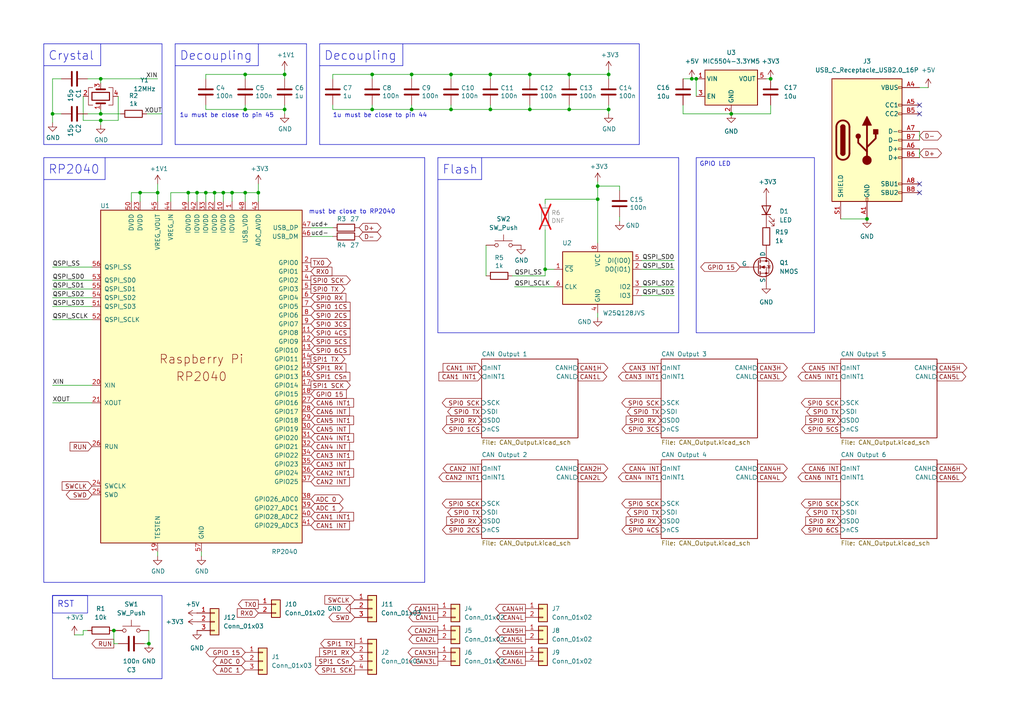
<source format=kicad_sch>
(kicad_sch (version 20231120) (generator "eeschema") (generator_version "8.0")
  (paper "A4")
  (junction (at 15.24 33.02))
  (junction (at 119.38 31.75))
  (junction (at 82.55 21.59))
  (junction (at 223.52 22.86))
  (junction (at 173.355 53.975))
  (junction (at 43.18 186.69))
  (junction (at 57.15 55.88))
  (junction (at 54.61 55.88))
  (junction (at 71.12 21.59))
  (junction (at 130.81 21.59))
  (junction (at 165.1 21.59))
  (junction (at 107.95 31.75))
  (junction (at 71.12 55.88))
  (junction (at 74.93 55.88))
  (junction (at 251.46 63.5))
  (junction (at 165.1 31.75))
  (junction (at 82.55 31.75))
  (junction (at 64.77 55.88))
  (junction (at 67.31 55.88))
  (junction (at 153.67 31.75))
  (junction (at 142.24 31.75))
  (junction (at 107.95 21.59))
  (junction (at 119.38 21.59))
  (junction (at 176.53 31.75))
  (junction (at 212.09 33.02))
  (junction (at 33.02 182.88))
  (junction (at 59.69 55.88))
  (junction (at 142.24 21.59))
  (junction (at 71.12 31.75))
  (junction (at 130.81 31.75))
  (junction (at 62.23 55.88))
  (junction (at 173.355 57.785))
  (junction (at 200.66 22.86))
  (junction (at 158.115 78.105))
  (junction (at 40.64 55.88))
  (junction (at 29.21 22.86))
  (junction (at 201.93 22.86))
  (junction (at 45.72 55.88))
  (junction (at 176.53 21.59))
  (junction (at 29.21 34.925))
  (junction (at 153.67 21.59))
  (junction (at 29.21 33.02))
  (no_connect (at 266.7 55.88))
  (no_connect (at 266.7 33.02))
  (no_connect (at 266.7 53.34))
  (no_connect (at 266.7 30.48))
  (wire (pts (xy 142.24 31.75) (xy 153.67 31.75)))
  (wire (pts (xy 71.12 55.88) (xy 74.93 55.88)))
  (wire (pts (xy 29.21 34.925) (xy 34.29 34.925)))
  (wire (pts (xy 24.13 34.925) (xy 29.21 34.925)))
  (wire (pts (xy 74.93 53.34) (xy 74.93 55.88)))
  (wire (pts (xy 29.21 22.86) (xy 29.21 24.13)))
  (wire (pts (xy 176.53 22.86) (xy 176.53 21.59)))
  (wire (pts (xy 153.67 22.86) (xy 153.67 21.59)))
  (wire (pts (xy 153.67 31.75) (xy 165.1 31.75)))
  (wire (pts (xy 49.53 58.42) (xy 49.53 55.88)))
  (wire (pts (xy 198.12 33.02) (xy 212.09 33.02)))
  (wire (pts (xy 130.81 31.75) (xy 142.24 31.75)))
  (wire (pts (xy 179.705 53.975) (xy 173.355 53.975)))
  (wire (pts (xy 45.72 53.34) (xy 45.72 55.88)))
  (wire (pts (xy 54.61 55.88) (xy 57.15 55.88)))
  (wire (pts (xy 198.12 22.86) (xy 200.66 22.86)))
  (wire (pts (xy 59.69 55.88) (xy 59.69 58.42)))
  (wire (pts (xy 74.93 55.88) (xy 74.93 58.42)))
  (wire (pts (xy 15.24 88.9) (xy 26.67 88.9)))
  (polyline (pts (xy 88.9 41.91) (xy 88.9 12.7)))
  (wire (pts (xy 158.115 78.105) (xy 160.655 78.105)))
  (wire (pts (xy 243.84 63.5) (xy 251.46 63.5)))
  (wire (pts (xy 15.24 111.76) (xy 26.67 111.76)))
  (wire (pts (xy 17.78 33.02) (xy 15.24 33.02)))
  (polyline (pts (xy 139.7 45.72) (xy 139.7 52.07)))
  (polyline (pts (xy 12.7 19.05) (xy 29.21 19.05)))
  (wire (pts (xy 62.23 55.88) (xy 62.23 58.42)))
  (wire (pts (xy 149.225 83.185) (xy 160.655 83.185)))
  (wire (pts (xy 130.81 22.86) (xy 130.81 21.59)))
  (wire (pts (xy 158.115 57.785) (xy 173.355 57.785)))
  (polyline (pts (xy 92.71 19.05) (xy 116.84 19.05)))
  (wire (pts (xy 119.38 30.48) (xy 119.38 31.75)))
  (wire (pts (xy 40.64 55.88) (xy 38.1 55.88)))
  (wire (pts (xy 64.77 55.88) (xy 67.31 55.88)))
  (polyline (pts (xy 12.7 41.91) (xy 46.99 41.91)))
  (wire (pts (xy 59.69 21.59) (xy 71.12 21.59)))
  (polyline (pts (xy 92.71 12.7) (xy 185.42 12.7)))
  (wire (pts (xy 96.52 31.75) (xy 107.95 31.75)))
  (wire (pts (xy 17.78 22.86) (xy 15.24 22.86)))
  (wire (pts (xy 223.52 33.02) (xy 212.09 33.02)))
  (wire (pts (xy 25.4 22.86) (xy 29.21 22.86)))
  (wire (pts (xy 107.95 30.48) (xy 107.95 31.75)))
  (polyline (pts (xy 127 45.72) (xy 127 96.52)))
  (wire (pts (xy 29.21 34.925) (xy 29.21 36.195)))
  (wire (pts (xy 24.13 182.88) (xy 25.4 182.88)))
  (wire (pts (xy 15.24 81.28) (xy 26.67 81.28)))
  (wire (pts (xy 67.31 55.88) (xy 67.31 58.42)))
  (wire (pts (xy 15.24 77.47) (xy 26.67 77.47)))
  (wire (pts (xy 21.59 184.15) (xy 24.13 184.15)))
  (wire (pts (xy 45.72 55.88) (xy 40.64 55.88)))
  (wire (pts (xy 173.355 53.975) (xy 173.355 57.785)))
  (wire (pts (xy 223.52 22.86) (xy 222.25 22.86)))
  (wire (pts (xy 62.23 55.88) (xy 64.77 55.88)))
  (polyline (pts (xy 50.8 12.7) (xy 50.8 41.91)))
  (wire (pts (xy 142.24 21.59) (xy 153.67 21.59)))
  (wire (pts (xy 186.055 78.105) (xy 195.58 78.105)))
  (wire (pts (xy 45.72 160.02) (xy 45.72 161.29)))
  (wire (pts (xy 119.38 31.75) (xy 130.81 31.75)))
  (wire (pts (xy 15.24 22.86) (xy 15.24 33.02)))
  (wire (pts (xy 29.21 22.86) (xy 45.72 22.86)))
  (wire (pts (xy 107.95 22.86) (xy 107.95 21.59)))
  (wire (pts (xy 153.67 30.48) (xy 153.67 31.75)))
  (wire (pts (xy 165.1 21.59) (xy 176.53 21.59)))
  (wire (pts (xy 130.81 30.48) (xy 130.81 31.75)))
  (wire (pts (xy 158.115 59.055) (xy 158.115 57.785)))
  (wire (pts (xy 186.055 75.565) (xy 195.58 75.565)))
  (polyline (pts (xy 12.7 45.72) (xy 123.19 45.72)))
  (wire (pts (xy 82.55 31.75) (xy 82.55 30.48)))
  (wire (pts (xy 148.59 80.01) (xy 158.115 80.01)))
  (wire (pts (xy 67.31 55.88) (xy 71.12 55.88)))
  (wire (pts (xy 59.69 55.88) (xy 62.23 55.88)))
  (wire (pts (xy 43.18 182.88) (xy 43.18 186.69)))
  (polyline (pts (xy 116.84 19.05) (xy 116.84 12.7)))
  (wire (pts (xy 82.55 31.75) (xy 82.55 33.02)))
  (wire (pts (xy 186.055 83.185) (xy 195.58 83.185)))
  (wire (pts (xy 153.67 21.59) (xy 165.1 21.59)))
  (wire (pts (xy 176.53 30.48) (xy 176.53 31.75)))
  (wire (pts (xy 179.705 55.245) (xy 179.705 53.975)))
  (polyline (pts (xy 12.7 52.07) (xy 30.48 52.07)))
  (wire (pts (xy 179.705 62.865) (xy 179.705 64.135)))
  (polyline (pts (xy 123.19 168.91) (xy 12.7 168.91)))
  (wire (pts (xy 71.12 22.86) (xy 71.12 21.59)))
  (wire (pts (xy 59.69 30.48) (xy 59.69 31.75)))
  (wire (pts (xy 34.29 27.94) (xy 34.29 34.925)))
  (wire (pts (xy 57.15 55.88) (xy 59.69 55.88)))
  (wire (pts (xy 173.355 52.705) (xy 173.355 53.975)))
  (wire (pts (xy 38.1 55.88) (xy 38.1 58.42)))
  (polyline (pts (xy 46.99 41.91) (xy 46.99 12.7)))
  (wire (pts (xy 59.69 31.75) (xy 71.12 31.75)))
  (wire (pts (xy 165.1 30.48) (xy 165.1 31.75)))
  (wire (pts (xy 33.02 186.69) (xy 33.02 182.88)))
  (wire (pts (xy 43.18 186.69) (xy 41.91 186.69)))
  (wire (pts (xy 34.29 186.69) (xy 33.02 186.69)))
  (wire (pts (xy 15.24 92.71) (xy 26.67 92.71)))
  (wire (pts (xy 107.95 21.59) (xy 119.38 21.59)))
  (wire (pts (xy 15.24 33.02) (xy 15.24 35.56)))
  (wire (pts (xy 107.95 31.75) (xy 119.38 31.75)))
  (wire (pts (xy 119.38 22.86) (xy 119.38 21.59)))
  (polyline (pts (xy 127 52.07) (xy 139.7 52.07)))
  (wire (pts (xy 96.52 30.48) (xy 96.52 31.75)))
  (wire (pts (xy 130.81 21.59) (xy 142.24 21.59)))
  (wire (pts (xy 15.24 83.82) (xy 26.67 83.82)))
  (polyline (pts (xy 196.85 45.72) (xy 196.85 96.52)))
  (polyline (pts (xy 185.42 41.91) (xy 185.42 12.7)))
  (wire (pts (xy 200.66 22.86) (xy 201.93 22.86)))
  (wire (pts (xy 173.355 57.785) (xy 173.355 70.485)))
  (wire (pts (xy 201.93 22.86) (xy 201.93 27.94)))
  (wire (pts (xy 71.12 31.75) (xy 71.12 30.48)))
  (wire (pts (xy 24.13 184.15) (xy 24.13 182.88)))
  (wire (pts (xy 49.53 55.88) (xy 54.61 55.88)))
  (wire (pts (xy 142.24 30.48) (xy 142.24 31.75)))
  (polyline (pts (xy 50.8 41.91) (xy 88.9 41.91)))
  (wire (pts (xy 142.24 22.86) (xy 142.24 21.59)))
  (wire (pts (xy 140.97 71.12) (xy 140.97 80.01)))
  (polyline (pts (xy 46.99 12.7) (xy 12.7 12.7)))
  (wire (pts (xy 25.4 33.02) (xy 29.21 33.02)))
  (wire (pts (xy 186.055 85.725) (xy 195.58 85.725)))
  (wire (pts (xy 71.12 31.75) (xy 82.55 31.75)))
  (polyline (pts (xy 127 45.72) (xy 196.85 45.72)))
  (wire (pts (xy 82.55 21.59) (xy 82.55 22.86)))
  (wire (pts (xy 173.355 90.805) (xy 173.355 92.075)))
  (polyline (pts (xy 29.21 12.7) (xy 29.21 19.05)))
  (polyline (pts (xy 30.48 52.07) (xy 30.48 45.72)))
  (wire (pts (xy 119.38 21.59) (xy 130.81 21.59)))
  (wire (pts (xy 90.17 66.04) (xy 96.52 66.04)))
  (wire (pts (xy 96.52 21.59) (xy 96.52 22.86)))
  (polyline (pts (xy 196.85 96.52) (xy 127 96.52)))
  (wire (pts (xy 29.21 31.75) (xy 29.21 33.02)))
  (wire (pts (xy 29.21 33.02) (xy 34.925 33.02)))
  (wire (pts (xy 42.545 33.02) (xy 46.99 33.02)))
  (wire (pts (xy 54.61 55.88) (xy 54.61 58.42)))
  (wire (pts (xy 266.7 38.1) (xy 266.7 40.64)))
  (polyline (pts (xy 92.71 12.7) (xy 92.71 41.91)))
  (wire (pts (xy 96.52 21.59) (xy 107.95 21.59)))
  (wire (pts (xy 59.69 22.86) (xy 59.69 21.59)))
  (wire (pts (xy 40.64 55.88) (xy 40.64 58.42)))
  (polyline (pts (xy 12.7 12.7) (xy 12.7 41.91)))
  (polyline (pts (xy 92.71 41.91) (xy 185.42 41.91)))
  (wire (pts (xy 57.15 55.88) (xy 57.15 58.42)))
  (wire (pts (xy 176.53 31.75) (xy 176.53 33.02)))
  (wire (pts (xy 90.17 68.58) (xy 96.52 68.58)))
  (wire (pts (xy 165.1 22.86) (xy 165.1 21.59)))
  (wire (pts (xy 158.115 66.675) (xy 158.115 78.105)))
  (polyline (pts (xy 12.7 45.72) (xy 12.7 168.91)))
  (wire (pts (xy 158.115 80.01) (xy 158.115 78.105)))
  (wire (pts (xy 58.42 160.02) (xy 58.42 161.29)))
  (wire (pts (xy 71.12 55.88) (xy 71.12 58.42)))
  (wire (pts (xy 198.12 30.48) (xy 198.12 33.02)))
  (wire (pts (xy 223.52 30.48) (xy 223.52 33.02)))
  (polyline (pts (xy 50.8 12.7) (xy 88.9 12.7)))
  (wire (pts (xy 266.7 43.18) (xy 266.7 45.72)))
  (wire (pts (xy 269.24 25.4) (xy 266.7 25.4)))
  (wire (pts (xy 165.1 31.75) (xy 176.53 31.75)))
  (wire (pts (xy 82.55 20.32) (xy 82.55 21.59)))
  (polyline (pts (xy 123.19 45.72) (xy 123.19 168.91)))
  (wire (pts (xy 24.13 27.94) (xy 24.13 34.925)))
  (wire (pts (xy 15.24 86.36) (xy 26.67 86.36)))
  (polyline (pts (xy 74.93 19.05) (xy 74.93 12.7)))
  (wire (pts (xy 45.72 58.42) (xy 45.72 55.88)))
  (wire (pts (xy 64.77 55.88) (xy 64.77 58.42)))
  (wire (pts (xy 176.53 20.32) (xy 176.53 21.59)))
  (wire (pts (xy 71.12 21.59) (xy 82.55 21.59)))
  (polyline (pts (xy 50.8 19.05) (xy 74.93 19.05)))
  (wire (pts (xy 15.24 116.84) (xy 26.67 116.84)))
  (rectangle (start 15.24 172.72) (end 46.99 196.85))
  (text_box "GPIO LED" (at 201.93 45.72 0) (size 34.29 50.8) (effects (font (size 1.27 1.27)) (justify left top)))
  (text_box "RST" (at 15.24 172.72 0) (size 10.16 5.08) (effects (font (size 1.778 1.778)) (justify left top)))
  (text "Crystal" (at 13.97 17.78 0) (effects (font (size 2.54 2.54)) (justify left bottom)))
  (text "RP2040\n" (at 13.97 50.8 0) (effects (font (size 2.54 2.54)) (justify left bottom)))
  (text "Decoupling\n" (at 52.07 17.78 0) (effects (font (size 2.54 2.54)) (justify left bottom)))
  (text "Flash" (at 128.27 50.8 0) (effects (font (size 2.54 2.54)) (justify left bottom)))
  (text "must be close to RP2040" (at 89.535 62.23 0) (effects (font (size 1.27 1.27)) (justify left bottom)))
  (text "Decoupling\n" (at 93.98 17.78 0) (effects (font (size 2.54 2.54)) (justify left bottom)))
  (text "1u must be close to pin 45\n" (at 52.07 34.29 0) (effects (font (size 1.27 1.27)) (justify left bottom)))
  (text "1u must be close to pin 44\n" (at 96.52 34.29 0) (effects (font (size 1.27 1.27)) (justify left bottom)))
  (label "QSPI_SCLK" (at 149.225 83.185 0))
  (label "QSPI_SD1" (at 15.24 83.82 0))
  (label "QSPI_SS" (at 149.225 80.01 0))
  (label "XOUT" (at 15.24 116.84 0))
  (label "QSPI_SD3" (at 15.24 88.9 0))
  (label "QSPI_SD0" (at 195.58 75.565 180))
  (label "QSPI_SD2" (at 195.58 83.185 180))
  (label "QSPI_SD2" (at 15.24 86.36 0))
  (label "QSPI_SD3" (at 195.58 85.725 180))
  (label "ucd+" (at 90.17 66.04 0))
  (label "QSPI_SCLK" (at 15.24 92.71 0))
  (label "XOUT" (at 46.99 33.02 180))
  (label "XIN" (at 15.24 111.76 0))
  (label "ucd-" (at 90.17 68.58 0))
  (label "QSPI_SS" (at 15.24 77.47 0))
  (label "QSPI_SD0" (at 15.24 81.28 0))
  (label "QSPI_SD1" (at 195.58 78.105 180))
  (label "XIN" (at 45.72 22.86 180))
  (global_label "RUN" (shape output) (at 33.02 186.69 180) (property "Intersheetrefs" "${INTERSHEET_REFS}" (effects (hide yes))))
  (global_label "CAN2 INT1" (shape input) (at 90.17 137.16 0) (property "Intersheetrefs" "${INTERSHEET_REFS}" (effects (hide yes))))
  (global_label "D-" (shape bidirectional) (at 104.14 68.58 0) (property "Intersheetrefs" "${INTERSHEET_REFS}" (effects (hide yes))))
  (global_label "CAN6 INT1" (shape input) (at 90.17 116.84 0) (property "Intersheetrefs" "${INTERSHEET_REFS}" (effects (hide yes))))
  (global_label "CAN3L" (shape output) (at 219.71 109.22 0) (property "Intersheetrefs" "${INTERSHEET_REFS}" (effects (hide yes))))
  (global_label "CAN6L" (shape output) (at 271.78 138.43 0) (property "Intersheetrefs" "${INTERSHEET_REFS}" (effects (hide yes))))
  (global_label "RUN" (shape input) (at 26.67 129.54 180) (property "Intersheetrefs" "${INTERSHEET_REFS}" (effects (hide yes))))
  (global_label "CAN1 INT" (shape input) (at 139.7 106.68 180) (property "Intersheetrefs" "${INTERSHEET_REFS}" (effects (hide yes))))
  (global_label "CAN3H" (shape output) (at 219.71 106.68 0) (property "Intersheetrefs" "${INTERSHEET_REFS}" (effects (hide yes))))
  (global_label "SPI0 RX" (shape input) (at 139.7 121.92 180) (property "Intersheetrefs" "${INTERSHEET_REFS}" (effects (hide yes))))
  (global_label "CAN2L" (shape output) (at 167.64 138.43 0) (property "Intersheetrefs" "${INTERSHEET_REFS}" (effects (hide yes))))
  (global_label "CAN3 INT1" (shape input) (at 90.17 132.08 0) (property "Intersheetrefs" "${INTERSHEET_REFS}" (effects (hide yes))))
  (global_label "SWD" (shape bidirectional) (at 102.87 179.07 180) (property "Intersheetrefs" "${INTERSHEET_REFS}" (effects (hide yes))))
  (global_label "CAN1H" (shape output) (at 167.64 106.68 0) (property "Intersheetrefs" "${INTERSHEET_REFS}" (effects (hide yes))))
  (global_label "SPI1 TX" (shape output) (at 90.17 104.14 0) (property "Intersheetrefs" "${INTERSHEET_REFS}" (effects (hide yes))))
  (global_label "SPI0 3CS" (shape output) (at 191.77 124.46 180) (property "Intersheetrefs" "${INTERSHEET_REFS}" (effects (hide yes))))
  (global_label "CAN5 INT1" (shape input) (at 90.17 121.92 0) (property "Intersheetrefs" "${INTERSHEET_REFS}" (effects (hide yes))))
  (global_label "CAN6 INT" (shape input) (at 90.17 119.38 0) (property "Intersheetrefs" "${INTERSHEET_REFS}" (effects (hide yes))))
  (global_label "CAN5L" (shape output) (at 152.4 185.42 180) (property "Intersheetrefs" "${INTERSHEET_REFS}" (effects (hide yes))))
  (global_label "CAN4 INT" (shape input) (at 90.17 129.54 0) (property "Intersheetrefs" "${INTERSHEET_REFS}" (effects (hide yes))))
  (global_label "CAN1H" (shape output) (at 127 176.53 180) (property "Intersheetrefs" "${INTERSHEET_REFS}" (effects (hide yes))))
  (global_label "CAN5H" (shape output) (at 271.78 106.68 0) (property "Intersheetrefs" "${INTERSHEET_REFS}" (effects (hide yes))))
  (global_label "CAN1 INT1" (shape input) (at 139.7 109.22 180) (property "Intersheetrefs" "${INTERSHEET_REFS}" (effects (hide yes))))
  (global_label "CAN1 INT1" (shape input) (at 90.17 149.86 0) (property "Intersheetrefs" "${INTERSHEET_REFS}" (effects (hide yes))))
  (global_label "SPI0 SCK" (shape output) (at 90.17 81.28 0) (property "Intersheetrefs" "${INTERSHEET_REFS}" (effects (hide yes))))
  (global_label "SPI0 4CS" (shape input) (at 90.17 96.52 0) (property "Intersheetrefs" "${INTERSHEET_REFS}" (effects (hide yes))))
  (global_label "CAN5 INT" (shape output) (at 243.84 106.68 180) (property "Intersheetrefs" "${INTERSHEET_REFS}" (effects (hide yes))))
  (global_label "SPI0 3CS" (shape input) (at 90.17 93.98 0) (property "Intersheetrefs" "${INTERSHEET_REFS}" (effects (hide yes))))
  (global_label "ADC 1" (shape bidirectional) (at 71.12 194.31 180) (property "Intersheetrefs" "${INTERSHEET_REFS}" (effects (hide yes))))
  (global_label "CAN3 INT1" (shape output) (at 191.77 109.22 180) (property "Intersheetrefs" "${INTERSHEET_REFS}" (effects (hide yes))))
  (global_label "SPI0 SCK" (shape output) (at 139.7 146.05 180) (property "Intersheetrefs" "${INTERSHEET_REFS}" (effects (hide yes))))
  (global_label "SPI0 RX" (shape input) (at 243.84 121.92 180) (property "Intersheetrefs" "${INTERSHEET_REFS}" (effects (hide yes))))
  (global_label "SPI1 TX" (shape output) (at 102.87 186.69 180) (property "Intersheetrefs" "${INTERSHEET_REFS}" (effects (hide yes))))
  (global_label "SPI0 SCK" (shape output) (at 191.77 116.84 180) (property "Intersheetrefs" "${INTERSHEET_REFS}" (effects (hide yes))))
  (global_label "SPI1 RX" (shape input) (at 90.17 106.68 0) (property "Intersheetrefs" "${INTERSHEET_REFS}" (effects (hide yes))))
  (global_label "CAN3H" (shape output) (at 127 189.23 180) (property "Intersheetrefs" "${INTERSHEET_REFS}" (effects (hide yes))))
  (global_label "SPI0 1CS" (shape output) (at 139.7 124.46 180) (property "Intersheetrefs" "${INTERSHEET_REFS}" (effects (hide yes))))
  (global_label "CAN2H" (shape output) (at 167.64 135.89 0) (property "Intersheetrefs" "${INTERSHEET_REFS}" (effects (hide yes))))
  (global_label "CAN2H" (shape output) (at 127 182.88 180) (property "Intersheetrefs" "${INTERSHEET_REFS}" (effects (hide yes))))
  (global_label "SWD" (shape bidirectional) (at 26.67 143.51 180) (property "Intersheetrefs" "${INTERSHEET_REFS}" (effects (hide yes))))
  (global_label "SPI0 TX" (shape output) (at 139.7 148.59 180) (property "Intersheetrefs" "${INTERSHEET_REFS}" (effects (hide yes))))
  (global_label "SPI0 4CS" (shape output) (at 191.77 153.67 180) (property "Intersheetrefs" "${INTERSHEET_REFS}" (effects (hide yes))))
  (global_label "SPI0 TX" (shape output) (at 243.84 148.59 180) (property "Intersheetrefs" "${INTERSHEET_REFS}" (effects (hide yes))))
  (global_label "SPI0 RX" (shape input) (at 191.77 121.92 180) (property "Intersheetrefs" "${INTERSHEET_REFS}" (effects (hide yes))))
  (global_label "CAN4L" (shape output) (at 152.4 179.07 180) (property "Intersheetrefs" "${INTERSHEET_REFS}" (effects (hide yes))))
  (global_label "CAN3 INT" (shape output) (at 191.77 106.68 180) (property "Intersheetrefs" "${INTERSHEET_REFS}" (effects (hide yes))))
  (global_label "CAN6H" (shape output) (at 152.4 189.23 180) (property "Intersheetrefs" "${INTERSHEET_REFS}" (effects (hide yes))))
  (global_label "SPI0 TX" (shape output) (at 191.77 148.59 180) (property "Intersheetrefs" "${INTERSHEET_REFS}" (effects (hide yes))))
  (global_label "SPI0 SCK" (shape output) (at 243.84 146.05 180) (property "Intersheetrefs" "${INTERSHEET_REFS}" (effects (hide yes))))
  (global_label "CAN6H" (shape output) (at 271.78 135.89 0) (property "Intersheetrefs" "${INTERSHEET_REFS}" (effects (hide yes))))
  (global_label "SPI0 TX" (shape output) (at 243.84 119.38 180) (property "Intersheetrefs" "${INTERSHEET_REFS}" (effects (hide yes))))
  (global_label "SPI0 5CS" (shape input) (at 90.17 99.06 0) (property "Intersheetrefs" "${INTERSHEET_REFS}" (effects (hide yes))))
  (global_label "CAN6 INT1" (shape output) (at 243.84 138.43 180) (property "Intersheetrefs" "${INTERSHEET_REFS}" (effects (hide yes))))
  (global_label "CAN4 INT1" (shape input) (at 90.17 127 0) (property "Intersheetrefs" "${INTERSHEET_REFS}" (effects (hide yes))))
  (global_label "CAN6L" (shape output) (at 152.4 191.77 180) (property "Intersheetrefs" "${INTERSHEET_REFS}" (effects (hide yes))))
  (global_label "SPI0 5CS" (shape output) (at 243.84 124.46 180) (property "Intersheetrefs" "${INTERSHEET_REFS}" (effects (hide yes))))
  (global_label "D+" (shape bidirectional) (at 104.14 66.04 0) (property "Intersheetrefs" "${INTERSHEET_REFS}" (effects (hide yes))))
  (global_label "SPI0 RX" (shape input) (at 191.77 151.13 180) (property "Intersheetrefs" "${INTERSHEET_REFS}" (effects (hide yes))))
  (global_label "SWCLK" (shape input) (at 26.67 140.97 180) (property "Intersheetrefs" "${INTERSHEET_REFS}" (effects (hide yes))))
  (global_label "RX0" (shape input) (at 74.93 177.8 180) (property "Intersheetrefs" "${INTERSHEET_REFS}" (effects (hide yes))))
  (global_label "CAN4H" (shape output) (at 219.71 135.89 0) (property "Intersheetrefs" "${INTERSHEET_REFS}" (effects (hide yes))))
  (global_label "RX0" (shape input) (at 90.17 78.74 0) (property "Intersheetrefs" "${INTERSHEET_REFS}" (effects (hide yes))))
  (global_label "ADC 0" (shape bidirectional) (at 90.17 144.78 0) (property "Intersheetrefs" "${INTERSHEET_REFS}" (effects (hide yes))))
  (global_label "CAN1L" (shape output) (at 167.64 109.22 0) (property "Intersheetrefs" "${INTERSHEET_REFS}" (effects (hide yes))))
  (global_label "CAN4L" (shape output) (at 219.71 138.43 0) (property "Intersheetrefs" "${INTERSHEET_REFS}" (effects (hide yes))))
  (global_label "SPI0 2CS" (shape input) (at 90.17 91.44 0) (property "Intersheetrefs" "${INTERSHEET_REFS}" (effects (hide yes))))
  (global_label "D+" (shape bidirectional) (at 266.7 44.45 0) (property "Intersheetrefs" "${INTERSHEET_REFS}" (effects (hide yes))))
  (global_label "SPI0 1CS" (shape input) (at 90.17 88.9 0) (property "Intersheetrefs" "${INTERSHEET_REFS}" (effects (hide yes))))
  (global_label "SPI0 RX" (shape input) (at 243.84 151.13 180) (property "Intersheetrefs" "${INTERSHEET_REFS}" (effects (hide yes))))
  (global_label "CAN2L" (shape output) (at 127 185.42 180) (property "Intersheetrefs" "${INTERSHEET_REFS}" (effects (hide yes))))
  (global_label "CAN2 INT" (shape output) (at 139.7 135.89 180) (property "Intersheetrefs" "${INTERSHEET_REFS}" (effects (hide yes))))
  (global_label "CAN4 INT1" (shape output) (at 191.77 138.43 180) (property "Intersheetrefs" "${INTERSHEET_REFS}" (effects (hide yes))))
  (global_label "SPI0 RX" (shape input) (at 90.17 86.36 0) (property "Intersheetrefs" "${INTERSHEET_REFS}" (effects (hide yes))))
  (global_label "SPI0 6CS" (shape input) (at 90.17 101.6 0) (property "Intersheetrefs" "${INTERSHEET_REFS}" (effects (hide yes))))
  (global_label "CAN2 INT1" (shape output) (at 139.7 138.43 180) (property "Intersheetrefs" "${INTERSHEET_REFS}" (effects (hide yes))))
  (global_label "ADC 1" (shape bidirectional) (at 90.17 147.32 0) (property "Intersheetrefs" "${INTERSHEET_REFS}" (effects (hide yes))))
  (global_label "CAN1 INT" (shape input) (at 90.17 152.4 0) (property "Intersheetrefs" "${INTERSHEET_REFS}" (effects (hide yes))))
  (global_label "SPI0 TX" (shape output) (at 90.17 83.82 0) (property "Intersheetrefs" "${INTERSHEET_REFS}" (effects (hide yes))))
  (global_label "TX0" (shape output) (at 74.93 175.26 180) (property "Intersheetrefs" "${INTERSHEET_REFS}" (effects (hide yes))))
  (global_label "GPIO 15" (shape bidirectional) (at 214.63 77.47 180) (property "Intersheetrefs" "${INTERSHEET_REFS}" (effects (hide yes))))
  (global_label "CAN6 INT" (shape output) (at 243.84 135.89 180) (property "Intersheetrefs" "${INTERSHEET_REFS}" (effects (hide yes))))
  (global_label "ADC 0" (shape bidirectional) (at 71.12 191.77 180) (property "Intersheetrefs" "${INTERSHEET_REFS}" (effects (hide yes))))
  (global_label "SPI0 SCK" (shape output) (at 243.84 116.84 180) (property "Intersheetrefs" "${INTERSHEET_REFS}" (effects (hide yes))))
  (global_label "SWCLK" (shape input) (at 102.87 173.99 180) (property "Intersheetrefs" "${INTERSHEET_REFS}" (effects (hide yes))))
  (global_label "SPI0 2CS" (shape output) (at 139.7 153.67 180) (property "Intersheetrefs" "${INTERSHEET_REFS}" (effects (hide yes))))
  (global_label "SPI0 SCK" (shape output) (at 139.7 116.84 180) (property "Intersheetrefs" "${INTERSHEET_REFS}" (effects (hide yes))))
  (global_label "SPI0 RX" (shape input) (at 139.7 151.13 180) (property "Intersheetrefs" "${INTERSHEET_REFS}" (effects (hide yes))))
  (global_label "SPI1 CSn" (shape input) (at 102.87 191.77 180) (property "Intersheetrefs" "${INTERSHEET_REFS}" (effects (hide yes))))
  (global_label "SPI0 TX" (shape output) (at 139.7 119.38 180) (property "Intersheetrefs" "${INTERSHEET_REFS}" (effects (hide yes))))
  (global_label "SPI0 SCK" (shape output) (at 191.77 146.05 180) (property "Intersheetrefs" "${INTERSHEET_REFS}" (effects (hide yes))))
  (global_label "CAN5L" (shape output) (at 271.78 109.22 0) (property "Intersheetrefs" "${INTERSHEET_REFS}" (effects (hide yes))))
  (global_label "CAN5 INT" (shape input) (at 90.17 124.46 0) (property "Intersheetrefs" "${INTERSHEET_REFS}" (effects (hide yes))))
  (global_label "D-" (shape bidirectional) (at 266.7 39.37 0) (property "Intersheetrefs" "${INTERSHEET_REFS}" (effects (hide yes))))
  (global_label "CAN5H" (shape output) (at 152.4 182.88 180) (property "Intersheetrefs" "${INTERSHEET_REFS}" (effects (hide yes))))
  (global_label "SPI1 CSn" (shape input) (at 90.17 109.22 0) (property "Intersheetrefs" "${INTERSHEET_REFS}" (effects (hide yes))))
  (global_label "CAN4 INT" (shape output) (at 191.77 135.89 180) (property "Intersheetrefs" "${INTERSHEET_REFS}" (effects (hide yes))))
  (global_label "SPI1 SCK" (shape output) (at 90.17 111.76 0) (property "Intersheetrefs" "${INTERSHEET_REFS}" (effects (hide yes))))
  (global_label "GPIO 15" (shape input) (at 90.17 114.3 0) (property "Intersheetrefs" "${INTERSHEET_REFS}" (effects (hide yes))))
  (global_label "SPI1 RX" (shape input) (at 102.87 189.23 180) (property "Intersheetrefs" "${INTERSHEET_REFS}" (effects (hide yes))))
  (global_label "GPIO 15" (shape bidirectional) (at 71.12 189.23 180) (property "Intersheetrefs" "${INTERSHEET_REFS}" (effects (hide yes))))
  (global_label "CAN3 INT" (shape input) (at 90.17 134.62 0) (property "Intersheetrefs" "${INTERSHEET_REFS}" (effects (hide yes))))
  (global_label "CAN2 INT" (shape input) (at 90.17 139.7 0) (property "Intersheetrefs" "${INTERSHEET_REFS}" (effects (hide yes))))
  (global_label "CAN4H" (shape output) (at 152.4 176.53 180) (property "Intersheetrefs" "${INTERSHEET_REFS}" (effects (hide yes))))
  (global_label "SPI1 SCK" (shape output) (at 102.87 194.31 180) (property "Intersheetrefs" "${INTERSHEET_REFS}" (effects (hide yes))))
  (global_label "CAN3L" (shape output) (at 127 191.77 180) (property "Intersheetrefs" "${INTERSHEET_REFS}" (effects (hide yes))))
  (global_label "CAN1L" (shape output) (at 127 179.07 180) (property "Intersheetrefs" "${INTERSHEET_REFS}" (effects (hide yes))))
  (global_label "SPI0 TX" (shape output) (at 191.77 119.38 180) (property "Intersheetrefs" "${INTERSHEET_REFS}" (effects (hide yes))))
  (global_label "TX0" (shape output) (at 90.17 76.2 0) (property "Intersheetrefs" "${INTERSHEET_REFS}" (effects (hide yes))))
  (global_label "SPI0 6CS" (shape output) (at 243.84 153.67 180) (property "Intersheetrefs" "${INTERSHEET_REFS}" (effects (hide yes))))
  (global_label "CAN5 INT1" (shape output) (at 243.84 109.22 180) (property "Intersheetrefs" "${INTERSHEET_REFS}" (effects (hide yes))))
  (symbol (lib_id "Device:R") (at 29.21 182.88 90) (unit 1)
    (property "Reference" "R1" (at 29.21 176.53 90))
    (property "Value" "10k" (at 29.21 179.07 90))
    (property "Footprint" "Resistor_SMD:R_0603_1608Metric" (effects (hide yes)))
    (property "Description" "Resistor" (effects (hide yes)))
  )
  (symbol (lib_id "power:+3V3") (at 74.93 53.34 0) (unit 1)
    (property "Reference" "#PWR08" (effects (hide yes)))
    (property "Value" "+3V3" (at 75.311 48.9458 0))
  )
  (symbol (lib_id "Device:C") (at 119.38 26.67 0) (unit 1)
    (property "Reference" "C9" (at 122.301 25.5016 0) (effects (justify left)))
    (property "Value" "100n" (at 122.301 27.813 0) (effects (justify left)))
    (property "Footprint" "Capacitor_SMD:C_0603_1608Metric" (effects (hide yes)))
  )
  (symbol (lib_id "Device:C") (at 21.59 33.02 270) (unit 1)
    (property "Reference" "C2" (at 22.7584 35.941 0) (effects (justify left)))
    (property "Value" "15p" (at 20.447 35.941 0) (effects (justify left)))
    (property "Footprint" "Capacitor_SMD:C_0603_1608Metric" (effects (hide yes)))
  )
  (symbol (lib_id "Device:C") (at 71.12 26.67 0) (unit 1)
    (property "Reference" "C5" (at 74.041 25.5016 0) (effects (justify left)))
    (property "Value" "100n" (at 74.041 27.813 0) (effects (justify left)))
    (property "Footprint" "Capacitor_SMD:C_0603_1608Metric" (effects (hide yes)))
  )
  (symbol (lib_id "Device:R") (at 100.33 66.04 270) (unit 1)
    (property "Reference" "R3" (at 99.06 63.5 90))
    (property "Value" "27" (at 102.87 63.5 90))
    (property "Footprint" "Resistor_SMD:R_0603_1608Metric" (effects (hide yes)))
  )
  (symbol (lib_id "Connector_Generic:Conn_01x02") (at 157.48 176.53 0) (unit 1)
    (property "Reference" "J7" (at 160.02 176.5299 0) (effects (justify left)))
    (property "Value" "Conn_01x02" (at 160.02 179.0699 0) (effects (justify left)))
    (property "Footprint" "Connector_PinSocket_2.54mm:PinSocket_1x02_P2.54mm_Vertical" (effects (hide yes)))
    (property "Description" "Generic connector, single row, 01x02, script generated (kicad-library-utils/schlib/autogen/connector/)" (effects (hide yes)))
  )
  (symbol (lib_id "Connector_Generic:Conn_01x04") (at 107.95 189.23 0) (unit 1)
    (property "Reference" "J2" (at 110.49 189.2299 0) (effects (justify left)))
    (property "Value" "Conn_01x04" (at 110.49 191.7699 0) (effects (justify left)))
    (property "Footprint" "Connector_Molex:Molex_PicoBlade_53047-0410_1x04_P1.25mm_Vertical" (effects (hide yes)))
    (property "Description" "Generic connector, single row, 01x04, script generated (kicad-library-utils/schlib/autogen/connector/)" (effects (hide yes)))
  )
  (symbol (lib_id "Connector_Generic:Conn_01x02") (at 157.48 189.23 0) (unit 1)
    (property "Reference" "J9" (at 160.02 189.2299 0) (effects (justify left)))
    (property "Value" "Conn_01x02" (at 160.02 191.7699 0) (effects (justify left)))
    (property "Footprint" "Connector_PinSocket_2.54mm:PinSocket_1x02_P2.54mm_Vertical" (effects (hide yes)))
    (property "Description" "Generic connector, single row, 01x02, script generated (kicad-library-utils/schlib/autogen/connector/)" (effects (hide yes)))
  )
  (symbol (lib_id "power:+1V1") (at 82.55 20.32 0) (unit 1)
    (property "Reference" "#PWR09" (effects (hide yes)))
    (property "Value" "+1V1" (at 82.931 15.9258 0))
  )
  (symbol (lib_id "Device:C") (at 82.55 26.67 0) (unit 1)
    (property "Reference" "C6" (at 85.471 25.5016 0) (effects (justify left)))
    (property "Value" "1u" (at 85.471 27.813 0) (effects (justify left)))
    (property "Footprint" "Capacitor_SMD:C_0603_1608Metric" (effects (hide yes)))
  )
  (symbol (lib_name "+3V3_1") (lib_id "power:+3V3") (at 57.15 180.34 90) (unit 1)
    (property "Reference" "#PWR012" (effects (hide yes)))
    (property "Value" "+3V3" (at 53.34 180.3399 90) (effects (justify left)))
    (property "Description" "Power symbol creates a global label with name \"+3V3\"" (effects (hide yes)))
  )
  (symbol (lib_id "power:GND") (at 179.705 64.135 0) (unit 1)
    (property "Reference" "#PWR018" (effects (hide yes)))
    (property "Value" "GND" (at 183.515 65.405 0))
  )
  (symbol (lib_name "+3V3_1") (lib_id "power:+3V3") (at 21.59 184.15 0) (unit 1)
    (property "Reference" "#PWR02" (effects (hide yes)))
    (property "Value" "+3V3" (at 21.59 179.07 0))
    (property "Description" "Power symbol creates a global label with name \"+3V3\"" (effects (hide yes)))
  )
  (symbol (lib_id "power:+5V") (at 57.15 177.8 90) (unit 1)
    (property "Reference" "#PWR011" (effects (hide yes)))
    (property "Value" "+5V" (at 55.88 175.26 90))
    (property "Description" "Power symbol creates a global label with name \"+5V\"" (effects (hide yes)))
  )
  (symbol (lib_id "Connector:USB_C_Receptacle_USB2.0_16P") (at 251.46 40.64 0) (unit 1)
    (property "Reference" "J3" (at 251.46 17.78 0))
    (property "Value" "USB_C_Receptacle_USB2.0_16P" (at 251.46 20.32 0))
    (property "Footprint" "Connector_USB:USB_C_Receptacle_GCT_USB4105-xx-A_16P_TopMnt_Horizontal" (effects (hide yes)))
    (property "Datasheet" "https://www.usb.org/sites/default/files/documents/usb_type-c.zip" (effects (hide yes)))
    (property "Description" "USB 2.0-only 16P Type-C Receptacle connector" (effects (hide yes)))
  )
  (symbol (lib_id "Device:C") (at 21.59 22.86 270) (unit 1)
    (property "Reference" "C1" (at 22.7584 25.781 0) (effects (justify left)))
    (property "Value" "15p" (at 20.447 25.781 0) (effects (justify left)))
    (property "Footprint" "Capacitor_SMD:C_0603_1608Metric" (effects (hide yes)))
  )
  (symbol (lib_name "GND_3") (lib_id "power:GND") (at 43.18 186.69 0) (unit 1)
    (property "Reference" "#PWR04" (effects (hide yes)))
    (property "Value" "GND" (at 43.18 191.77 0))
    (property "Description" "Power symbol creates a global label with name \"GND\" , ground" (effects (hide yes)))
  )
  (symbol (lib_id "Device:C") (at 142.24 26.67 0) (unit 1)
    (property "Reference" "C11" (at 145.161 25.5016 0) (effects (justify left)))
    (property "Value" "100n" (at 145.161 27.813 0) (effects (justify left)))
    (property "Footprint" "Capacitor_SMD:C_0603_1608Metric" (effects (hide yes)))
  )
  (symbol (lib_id "Device:R") (at 100.33 68.58 270) (unit 1)
    (property "Reference" "R4" (at 99.06 71.12 90))
    (property "Value" "27" (at 102.87 71.12 90))
    (property "Footprint" "Resistor_SMD:R_0603_1608Metric" (effects (hide yes)))
  )
  (symbol (lib_id "Device:R") (at 144.78 80.01 270) (unit 1)
    (property "Reference" "R5" (at 144.78 74.7522 90))
    (property "Value" "1k" (at 144.78 77.0636 90))
    (property "Footprint" "Resistor_SMD:R_0603_1608Metric" (effects (hide yes)))
  )
  (symbol (lib_name "+3V3_2") (lib_id "power:+3V3") (at 223.52 22.86 0) (unit 1)
    (property "Reference" "#PWR031" (effects (hide yes)))
    (property "Value" "+3V3" (at 223.52 17.78 0))
    (property "Description" "Power symbol creates a global label with name \"+3V3\"" (effects (hide yes)))
  )
  (symbol (lib_name "GND_2") (lib_id "power:GND") (at 212.09 33.02 0) (unit 1)
    (property "Reference" "#PWR020" (effects (hide yes)))
    (property "Value" "GND" (at 212.09 38.1 0))
    (property "Description" "Power symbol creates a global label with name \"GND\" , ground" (effects (hide yes)))
  )
  (symbol (lib_id "Device:Crystal_GND24") (at 29.21 27.94 90) (unit 1)
    (property "Reference" "Y1" (at 41.91 23.241 90))
    (property "Value" "12MHz" (at 41.91 25.781 90))
    (property "Footprint" "Crystal:Crystal_SMD_3225-4Pin_3.2x2.5mm" (effects (hide yes)))
    (property "Datasheet" "Abracon ABM8-272-T3" (effects (hide yes)))
  )
  (symbol (lib_id "Device:C") (at 223.52 26.67 0) (unit 1)
    (property "Reference" "C17" (at 227.33 25.3999 0) (effects (justify left)))
    (property "Value" "10u" (at 227.33 27.9399 0) (effects (justify left)))
    (property "Footprint" "Capacitor_SMD:C_0603_1608Metric" (effects (hide yes)))
    (property "Description" "Unpolarized capacitor" (effects (hide yes)))
  )
  (symbol (lib_id "power:GND") (at 82.55 33.02 0) (unit 1)
    (property "Reference" "#PWR010" (effects (hide yes)))
    (property "Value" "GND" (at 82.677 37.4142 0))
  )
  (symbol (lib_id "Connector_Generic:Conn_01x02") (at 157.48 182.88 0) (unit 1)
    (property "Reference" "J8" (at 160.02 182.8799 0) (effects (justify left)))
    (property "Value" "Conn_01x02" (at 160.02 185.4199 0) (effects (justify left)))
    (property "Footprint" "Connector_PinSocket_2.54mm:PinSocket_1x02_P2.54mm_Vertical" (effects (hide yes)))
    (property "Description" "Generic connector, single row, 01x02, script generated (kicad-library-utils/schlib/autogen/connector/)" (effects (hide yes)))
  )
  (symbol (lib_id "Connector_Generic:Conn_01x02") (at 132.08 182.88 0) (unit 1)
    (property "Reference" "J5" (at 134.62 182.8799 0) (effects (justify left)))
    (property "Value" "Conn_01x02" (at 134.62 185.4199 0) (effects (justify left)))
    (property "Footprint" "Connector_PinSocket_2.54mm:PinSocket_1x02_P2.54mm_Vertical" (effects (hide yes)))
    (property "Description" "Generic connector, single row, 01x02, script generated (kicad-library-utils/schlib/autogen/connector/)" (effects (hide yes)))
  )
  (symbol (lib_id "power:+3V3") (at 173.355 52.705 0) (unit 1)
    (property "Reference" "#PWR014" (effects (hide yes)))
    (property "Value" "+3V3" (at 173.736 48.3108 0))
  )
  (symbol (lib_id "power:+5V") (at 200.66 22.86 0) (unit 1)
    (property "Reference" "#PWR019" (effects (hide yes)))
    (property "Value" "+5V" (at 200.66 17.78 0))
    (property "Description" "Power symbol creates a global label with name \"+5V\"" (effects (hide yes)))
  )
  (symbol (lib_id "power:+5V") (at 269.24 25.4 0) (unit 1)
    (property "Reference" "#PWR022" (effects (hide yes)))
    (property "Value" "+5V" (at 269.24 20.32 0))
    (property "Description" "Power symbol creates a global label with name \"+5V\"" (effects (hide yes)))
  )
  (symbol (lib_name "GND_5") (lib_id "power:GND") (at 222.25 82.55 0) (unit 1)
    (property "Reference" "#PWR063" (effects (hide yes)))
    (property "Value" "GND" (at 222.25 87.63 0))
    (property "Description" "Power symbol creates a global label with name \"GND\" , ground" (effects (hide yes)))
  )
  (symbol (lib_id "Regulator_Linear:MIC5504-3.3YM5") (at 212.09 25.4 0) (unit 1)
    (property "Reference" "U3" (at 212.09 15.24 0))
    (property "Value" "MIC5504-3.3YM5" (at 212.09 17.78 0))
    (property "Footprint" "Package_TO_SOT_SMD:SOT-23-5" (effects (hide yes)))
    (property "Datasheet" "http://ww1.microchip.com/downloads/en/DeviceDoc/MIC550X.pdf" (effects (hide yes)))
    (property "Description" "300mA Low-dropout Voltage Regulator, Vout 3.3V, Vin up to 5.5V, SOT-23" (effects (hide yes)))
  )
  (symbol (lib_id "Device:C") (at 165.1 26.67 0) (unit 1)
    (property "Reference" "C13" (at 168.021 25.5016 0) (effects (justify left)))
    (property "Value" "100n" (at 168.021 27.813 0) (effects (justify left)))
    (property "Footprint" "Capacitor_SMD:C_0603_1608Metric" (effects (hide yes)))
  )
  (symbol (lib_id "power:GND") (at 173.355 92.075 0) (unit 1)
    (property "Reference" "#PWR015" (effects (hide yes)))
    (property "Value" "GND" (at 169.545 93.345 0))
  )
  (symbol (lib_id "Device:R") (at 222.25 68.58 0) (unit 1)
    (property "Reference" "R19" (at 224.79 67.3099 0) (effects (justify left)))
    (property "Value" "1k" (at 224.79 69.8499 0) (effects (justify left)))
    (property "Footprint" "Resistor_SMD:R_0603_1608Metric_Pad0.98x0.95mm_HandSolder" (effects (hide yes)))
    (property "Description" "Resistor" (effects (hide yes)))
  )
  (symbol (lib_id "Device:C") (at 153.67 26.67 0) (unit 1)
    (property "Reference" "C12" (at 156.591 25.5016 0) (effects (justify left)))
    (property "Value" "100n" (at 156.591 27.813 0) (effects (justify left)))
    (property "Footprint" "Capacitor_SMD:C_0603_1608Metric" (effects (hide yes)))
  )
  (symbol (lib_id "power:+3V3") (at 176.53 20.32 0) (unit 1)
    (property "Reference" "#PWR016" (effects (hide yes)))
    (property "Value" "+3V3" (at 176.911 15.9258 0))
  )
  (symbol (lib_id "Connector_Generic:Conn_01x03") (at 107.95 176.53 0) (unit 1)
    (property "Reference" "J11" (at 110.49 175.2599 0) (effects (justify left)))
    (property "Value" "Conn_01x03" (at 110.49 177.7999 0) (effects (justify left)))
    (property "Footprint" "Connector_Molex:Molex_PicoBlade_53047-0310_1x03_P1.25mm_Vertical" (effects (hide yes)))
    (property "Description" "Generic connector, single row, 01x03, script generated (kicad-library-utils/schlib/autogen/connector/)" (effects (hide yes)))
  )
  (symbol (lib_id "Device:C") (at 198.12 26.67 0) (unit 1)
    (property "Reference" "C16" (at 194.31 25.3999 0) (effects (justify right)))
    (property "Value" "10u" (at 194.31 27.9399 0) (effects (justify right)))
    (property "Footprint" "Capacitor_SMD:C_0603_1608Metric" (effects (hide yes)))
    (property "Description" "Unpolarized capacitor" (effects (hide yes)))
  )
  (symbol (lib_id "Device:R") (at 38.735 33.02 270) (unit 1)
    (property "Reference" "R2" (at 38.735 27.7622 90))
    (property "Value" "1k" (at 38.735 30.0736 90))
    (property "Footprint" "Resistor_SMD:R_0603_1608Metric" (effects (hide yes)))
  )
  (symbol (lib_id "Device:C") (at 176.53 26.67 0) (unit 1)
    (property "Reference" "C14" (at 179.451 25.5016 0) (effects (justify left)))
    (property "Value" "100n" (at 179.451 27.813 0) (effects (justify left)))
    (property "Footprint" "Capacitor_SMD:C_0603_1608Metric" (effects (hide yes)))
  )
  (symbol (lib_name "GND_4") (lib_id "power:GND") (at 102.87 176.53 270) (unit 1)
    (property "Reference" "#PWR055" (effects (hide yes)))
    (property "Value" "GND" (at 99.06 176.5299 90) (effects (justify right)))
    (property "Description" "Power symbol creates a global label with name \"GND\" , ground" (effects (hide yes)))
  )
  (symbol (lib_id "Connector_Generic:Conn_01x02") (at 132.08 176.53 0) (unit 1)
    (property "Reference" "J4" (at 134.62 176.5299 0) (effects (justify left)))
    (property "Value" "Conn_01x02" (at 134.62 179.0699 0) (effects (justify left)))
    (property "Footprint" "Connector_PinSocket_2.54mm:PinSocket_1x02_P2.54mm_Vertical" (effects (hide yes)))
    (property "Description" "Generic connector, single row, 01x02, script generated (kicad-library-utils/schlib/autogen/connector/)" (effects (hide yes)))
  )
  (symbol (lib_id "Switch:SW_Push") (at 38.1 182.88 0) (unit 1)
    (property "Reference" "SW1" (at 38.1 175.26 0))
    (property "Value" "SW_Push" (at 38.1 177.8 0))
    (property "Footprint" "Button_Switch_THT:SW_PUSH_1P1T_6x3.5mm_H5.0_APEM_MJTP1250" (effects (hide yes)))
    (property "Description" "Push button switch, generic, two pins" (effects (hide yes)))
  )
  (symbol (lib_id "Device:C") (at 107.95 26.67 0) (unit 1)
    (property "Reference" "C8" (at 110.871 25.5016 0) (effects (justify left)))
    (property "Value" "100n" (at 110.871 27.813 0) (effects (justify left)))
    (property "Footprint" "Capacitor_SMD:C_0603_1608Metric" (effects (hide yes)))
  )
  (symbol (lib_id "Device:LED") (at 222.25 60.96 90) (unit 1)
    (property "Reference" "D1" (at 226.06 61.2774 90) (effects (justify right)))
    (property "Value" "LED" (at 226.06 63.8174 90) (effects (justify right)))
    (property "Footprint" "LED_SMD:LED_0603_1608Metric_Pad1.05x0.95mm_HandSolder" (effects (hide yes)))
    (property "Description" "Light emitting diode" (effects (hide yes)))
  )
  (symbol (lib_id "Switch:SW_Push") (at 146.05 71.12 0) (unit 1)
    (property "Reference" "SW2" (at 146.05 63.5 0))
    (property "Value" "SW_Push" (at 146.05 66.04 0))
    (property "Footprint" "Button_Switch_THT:SW_PUSH_1P1T_6x3.5mm_H5.0_APEM_MJTP1250" (effects (hide yes)))
    (property "Description" "Push button switch, generic, two pins" (effects (hide yes)))
  )
  (symbol (lib_id "power:GND") (at 151.13 71.12 0) (unit 1)
    (property "Reference" "#PWR013" (effects (hide yes)))
    (property "Value" "GND" (at 151.257 75.5142 0))
  )
  (symbol (lib_name "GND_7") (lib_id "power:GND") (at 57.15 182.88 0) (unit 1)
    (property "Reference" "#PWR075" (effects (hide yes)))
    (property "Value" "GND" (at 57.15 187.96 0))
    (property "Description" "Power symbol creates a global label with name \"GND\" , ground" (effects (hide yes)))
  )
  (symbol (lib_id "Connector_Generic:Conn_01x02") (at 132.08 189.23 0) (unit 1)
    (property "Reference" "J6" (at 134.62 189.2299 0) (effects (justify left)))
    (property "Value" "Conn_01x02" (at 134.62 191.7699 0) (effects (justify left)))
    (property "Footprint" "Connector_PinSocket_2.54mm:PinSocket_1x02_P2.54mm_Vertical" (effects (hide yes)))
    (property "Description" "Generic connector, single row, 01x02, script generated (kicad-library-utils/schlib/autogen/connector/)" (effects (hide yes)))
  )
  (symbol (lib_id "Device:C") (at 179.705 59.055 0) (unit 1)
    (property "Reference" "C15" (at 182.626 57.8866 0) (effects (justify left)))
    (property "Value" "100n" (at 182.626 60.198 0) (effects (justify left)))
    (property "Footprint" "Capacitor_SMD:C_0603_1608Metric" (effects (hide yes)))
  )
  (symbol (lib_name "GND_1") (lib_id "power:GND") (at 251.46 63.5 0) (unit 1)
    (property "Reference" "#PWR021" (effects (hide yes)))
    (property "Value" "GND" (at 251.46 68.58 0))
    (property "Description" "Power symbol creates a global label with name \"GND\" , ground" (effects (hide yes)))
  )
  (symbol (lib_id "Simulation_SPICE:NMOS") (at 219.71 77.47 0) (unit 1)
    (property "Reference" "Q1" (at 226.06 76.1999 0) (effects (justify left)))
    (property "Value" "NMOS" (at 226.06 78.7399 0) (effects (justify left)))
    (property "Footprint" "Package_TO_SOT_SMD:SOT-323_SC-70" (effects (hide yes)))
    (property "Datasheet" "https://ngspice.sourceforge.io/docs/ngspice-html-manual/manual.xhtml#cha_MOSFETs" (effects (hide yes)))
    (property "Description" "N-MOSFET transistor, drain/source/gate" (effects (hide yes)))
    (property "Sim.Device" "NMOS" (effects (hide yes)))
    (property "Sim.Type" "VDMOS" (effects (hide yes)))
    (property "Sim.Pins" "1=D 2=G 3=S" (effects (hide yes)))
  )
  (symbol (lib_id "power:GND") (at 58.42 161.29 0) (unit 1)
    (property "Reference" "#PWR07" (effects (hide yes)))
    (property "Value" "GND" (at 58.547 165.6842 0))
  )
  (symbol (lib_id "power:GND") (at 45.72 161.29 0) (unit 1)
    (property "Reference" "#PWR06" (effects (hide yes)))
    (property "Value" "GND" (at 45.847 165.6842 0))
  )
  (symbol (lib_id "Connector_Generic:Conn_01x03") (at 76.2 191.77 0) (unit 1)
    (property "Reference" "J1" (at 78.74 190.4999 0) (effects (justify left)))
    (property "Value" "Conn_01x03" (at 78.74 193.0399 0) (effects (justify left)))
    (property "Footprint" "Connector_Molex:Molex_PicoBlade_53047-0310_1x03_P1.25mm_Vertical" (effects (hide yes)))
    (property "Description" "Generic connector, single row, 01x03, script generated (kicad-library-utils/schlib/autogen/connector/)" (effects (hide yes)))
  )
  (symbol (lib_id "power:+1V1") (at 45.72 53.34 0) (unit 1)
    (property "Reference" "#PWR05" (effects (hide yes)))
    (property "Value" "+1V1" (at 46.101 48.9458 0))
  )
  (symbol (lib_id "Device:C") (at 96.52 26.67 0) (unit 1)
    (property "Reference" "C7" (at 99.441 25.5016 0) (effects (justify left)))
    (property "Value" "1u" (at 99.441 27.813 0) (effects (justify left)))
    (property "Footprint" "Capacitor_SMD:C_0603_1608Metric" (effects (hide yes)))
  )
  (symbol (lib_id "power:+3V3") (at 222.25 57.15 0) (unit 1)
    (property "Reference" "#PWR064" (effects (hide yes)))
    (property "Value" "+3V3" (at 222.631 52.7558 0))
  )
  (symbol (lib_id "Device:C") (at 38.1 186.69 90) (unit 1)
    (property "Reference" "C3" (at 38.1 194.31 90))
    (property "Value" "100n" (at 38.1 191.77 90))
    (property "Footprint" "Capacitor_SMD:C_0603_1608Metric" (effects (hide yes)))
    (property "Description" "Unpolarized capacitor" (effects (hide yes)))
  )
  (symbol (lib_id "power:GND") (at 15.24 35.56 0) (unit 1)
    (property "Reference" "#PWR01" (effects (hide yes)))
    (property "Value" "GND" (at 15.367 39.9542 0))
  )
  (symbol (lib_id "Device:C") (at 59.69 26.67 0) (unit 1)
    (property "Reference" "C4" (at 62.611 25.5016 0) (effects (justify left)))
    (property "Value" "100n" (at 62.611 27.813 0) (effects (justify left)))
    (property "Footprint" "Capacitor_SMD:C_0603_1608Metric" (effects (hide yes)))
  )
  (symbol (lib_id "Memory_Flash:W25Q128JVS") (at 173.355 80.645 0) (unit 1)
    (property "Reference" "U2" (at 164.465 70.485 0))
    (property "Value" "W25Q128JVS" (at 180.975 90.805 0))
    (property "Footprint" "Package_SO:SOIC-8_5.23x5.23mm_P1.27mm" (effects (hide yes)))
    (property "Datasheet" "http://www.winbond.com/resource-files/w25q128jv_dtr%20revc%2003272018%20plus.pdf" (effects (hide yes)))
  )
  (symbol (lib_id "Device:C") (at 130.81 26.67 0) (unit 1)
    (property "Reference" "C10" (at 133.731 25.5016 0) (effects (justify left)))
    (property "Value" "100n" (at 133.731 27.813 0) (effects (justify left)))
    (property "Footprint" "Capacitor_SMD:C_0603_1608Metric" (effects (hide yes)))
  )
  (symbol (lib_id "power:GND") (at 29.21 36.195 0) (unit 1)
    (property "Reference" "#PWR03" (effects (hide yes)))
    (property "Value" "GND" (at 29.337 40.5892 0))
  )
  (symbol (lib_id "MCU_RaspberryPi_RP2040:RP2040") (at 58.42 109.22 0) (unit 1)
    (property "Reference" "U1" (at 30.48 59.69 0))
    (property "Value" "RP2040" (at 82.55 160.02 0))
    (property "Footprint" "Package_DFN_QFN:QFN-56-1EP_7x7mm_P0.4mm_EP3.2x3.2mm" (effects (hide yes)))
  )
  (symbol (lib_id "power:GND") (at 176.53 33.02 0) (unit 1)
    (property "Reference" "#PWR017" (effects (hide yes)))
    (property "Value" "GND" (at 176.657 37.4142 0))
  )
  (symbol (lib_id "Device:R") (at 158.115 62.865 0) (unit 1) (in_bom no) (dnp yes)
    (property "Reference" "R6" (at 159.893 61.6966 0) (effects (justify left)))
    (property "Value" "DNF" (at 159.893 64.008 0) (effects (justify left)))
    (property "Footprint" "Resistor_SMD:R_0603_1608Metric" (effects (hide yes)))
  )
  (symbol (lib_id "Connector_Generic:Conn_01x03") (at 62.23 180.34 0) (unit 1)
    (property "Reference" "J12" (at 64.77 179.0699 0) (effects (justify left)))
    (property "Value" "Conn_01x03" (at 64.77 181.6099 0) (effects (justify left)))
    (property "Footprint" "Connector_Molex:Molex_PicoBlade_53047-0310_1x03_P1.25mm_Vertical" (effects (hide yes)))
    (property "Description" "Generic connector, single row, 01x03, script generated (kicad-library-utils/schlib/autogen/connector/)" (effects (hide yes)))
  )
  (symbol (lib_id "Connector_Generic:Conn_01x02") (at 80.01 175.26 0) (unit 1)
    (property "Reference" "J10" (at 82.55 175.2599 0) (effects (justify left)))
    (property "Value" "Conn_01x02" (at 82.55 177.7999 0) (effects (justify left)))
    (property "Footprint" "Connector_Molex:Molex_PicoBlade_53047-0210_1x02_P1.25mm_Vertical" (effects (hide yes)))
    (property "Description" "Generic connector, single row, 01x02, script generated (kicad-library-utils/schlib/autogen/connector/)" (effects (hide yes)))
  )
  (sheet (at 139.7 104.14) (size 27.94 22.86) (stroke (width 0.1524))
    (property "Sheetname" "CAN Output 1" (at 139.7 103.4284 0) (effects (justify left bottom)))
    (property "Sheetfile" "CAN_Output.kicad_sch" (at 139.7 127.5846 0) (effects (justify left top)))
    (pin "CANH" output (at 167.64 106.68 0))
    (pin "CANL" output (at 167.64 109.22 0))
    (pin "nINT1" output (at 139.7 109.22 180))
    (pin "nINT" output (at 139.7 106.68 180))
    (pin "SDI" input (at 139.7 119.38 180))
    (pin "nCS" input (at 139.7 124.46 180))
    (pin "SDO" output (at 139.7 121.92 180))
    (pin "SCK" input (at 139.7 116.84 180))
  )
  (sheet (at 191.77 104.14) (size 27.94 22.86) (stroke (width 0.1524))
    (property "Sheetname" "CAN Output 3" (at 191.77 103.4284 0) (effects (justify left bottom)))
    (property "Sheetfile" "CAN_Output.kicad_sch" (at 191.77 127.5846 0) (effects (justify left top)))
    (pin "CANH" output (at 219.71 106.68 0))
    (pin "CANL" output (at 219.71 109.22 0))
    (pin "nINT1" output (at 191.77 109.22 180))
    (pin "nINT" output (at 191.77 106.68 180))
    (pin "SDI" input (at 191.77 119.38 180))
    (pin "nCS" input (at 191.77 124.46 180))
    (pin "SDO" output (at 191.77 121.92 180))
    (pin "SCK" input (at 191.77 116.84 180))
  )
  (sheet (at 139.7 133.35) (size 27.94 22.86) (stroke (width 0.1524))
    (property "Sheetname" "CAN Output 2" (at 139.7 132.6384 0) (effects (justify left bottom)))
    (property "Sheetfile" "CAN_Output.kicad_sch" (at 139.7 156.7946 0) (effects (justify left top)))
    (pin "CANH" output (at 167.64 135.89 0))
    (pin "CANL" output (at 167.64 138.43 0))
    (pin "nINT1" output (at 139.7 138.43 180))
    (pin "nINT" output (at 139.7 135.89 180))
    (pin "SDI" input (at 139.7 148.59 180))
    (pin "nCS" input (at 139.7 153.67 180))
    (pin "SDO" output (at 139.7 151.13 180))
    (pin "SCK" input (at 139.7 146.05 180))
  )
  (sheet (at 243.84 104.14) (size 27.94 22.86) (stroke (width 0.1524))
    (property "Sheetname" "CAN Output 5" (at 243.84 103.4284 0) (effects (justify left bottom)))
    (property "Sheetfile" "CAN_Output.kicad_sch" (at 243.84 127.5846 0) (effects (justify left top)))
    (pin "CANH" output (at 271.78 106.68 0))
    (pin "CANL" output (at 271.78 109.22 0))
    (pin "nINT1" output (at 243.84 109.22 180))
    (pin "nINT" output (at 243.84 106.68 180))
    (pin "SDI" input (at 243.84 119.38 180))
    (pin "nCS" input (at 243.84 124.46 180))
    (pin "SDO" output (at 243.84 121.92 180))
    (pin "SCK" input (at 243.84 116.84 180))
  )
  (sheet (at 243.84 133.35) (size 27.94 22.86) (stroke (width 0.1524))
    (property "Sheetname" "CAN Output 6" (at 243.84 132.6384 0) (effects (justify left bottom)))
    (property "Sheetfile" "CAN_Output.kicad_sch" (at 243.84 156.7946 0) (effects (justify left top)))
    (pin "CANH" output (at 271.78 135.89 0))
    (pin "CANL" output (at 271.78 138.43 0))
    (pin "nINT1" output (at 243.84 138.43 180))
    (pin "nINT" output (at 243.84 135.89 180))
    (pin "SDI" input (at 243.84 148.59 180))
    (pin "nCS" input (at 243.84 153.67 180))
    (pin "SDO" output (at 243.84 151.13 180))
    (pin "SCK" input (at 243.84 146.05 180))
  )
  (sheet (at 191.77 133.35) (size 27.94 22.86) (stroke (width 0.1524))
    (property "Sheetname" "CAN Output 4" (at 191.77 132.6384 0) (effects (justify left bottom)))
    (property "Sheetfile" "CAN_Output.kicad_sch" (at 191.77 156.7946 0) (effects (justify left top)))
    (pin "CANH" output (at 219.71 135.89 0))
    (pin "CANL" output (at 219.71 138.43 0))
    (pin "nINT1" output (at 191.77 138.43 180))
    (pin "nINT" output (at 191.77 135.89 180))
    (pin "SDI" input (at 191.77 148.59 180))
    (pin "nCS" input (at 191.77 153.67 180))
    (pin "SDO" output (at 191.77 151.13 180))
    (pin "SCK" input (at 191.77 146.05 180))
  )
)
</source>
